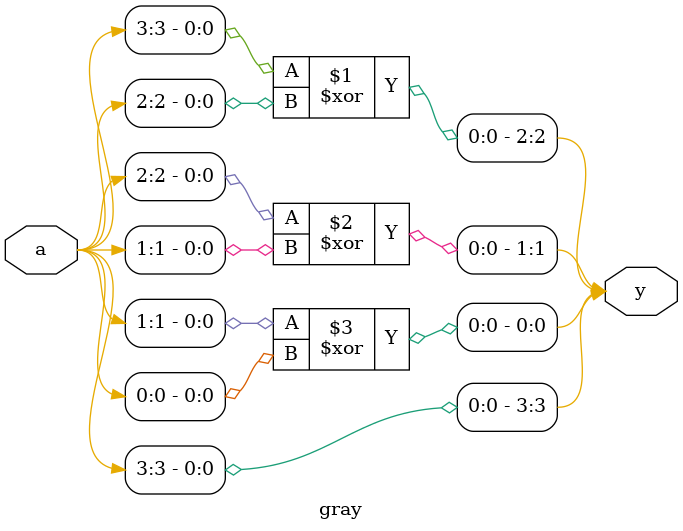
<source format=v>
module gray(a,y);
  input [3:0] a;
  output [3:0] y;
  assign y[3]=a[3];
  xor g1 (y[2],a[3],a[2]);
  xor g2 (y[1],a[2],a[1]);
  xor g3 (y[0],a[1],a[0]);
endmodule

</source>
